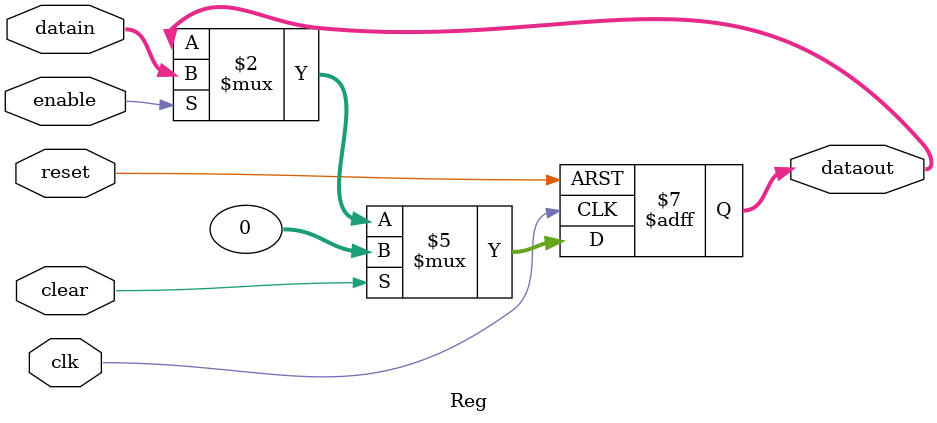
<source format=v>

module Reg (
	clk,			// system clock
	enable,			// enable
	reset,			// system reset
	clear, 			// internal clear
	datain,			// input data
	dataout			// output data
);
// ----------------------------------------------------------------------------

// ----------------------------------------------------------------------------
// Module Parameter(s)
// ----------------------------------------------------------------------------
parameter SIZEDATA = 32;
// ----------------------------------------------------------------------------

// ----------------------------------------------------------------------------
// Module Signals
// ----------------------------------------------------------------------------
// Input(s)
input 			clk;
input			reset;
input 			enable;
input			clear;
input [SIZEDATA-1 : 0]	datain;
// Output(s)
output [SIZEDATA-1 : 0] dataout;
// Wire(s) and Reg(s)
wire  			clk;
wire			reset;
wire 			enable;
wire			clear;
wire [SIZEDATA-1 : 0] 	datain;
reg [SIZEDATA-1 : 0] 	dataout;
// ----------------------------------------------------------------------------

// ----------------------------------------------------------------------------
// Body
// ----------------------------------------------------------------------------
// Register
always @ (posedge clk or posedge reset) begin
	if (reset) 
		dataout <= 0;
	else if (clear) 
		dataout <=0;
	else if(enable) 
		dataout <= datain;
end
// ----------------------------------------------------------------------------
		
endmodule		
// ----------------------------------------------------------------------------
// ----------------------------------------------------------------------------
// ----------------------------------------------------------------------------

</source>
